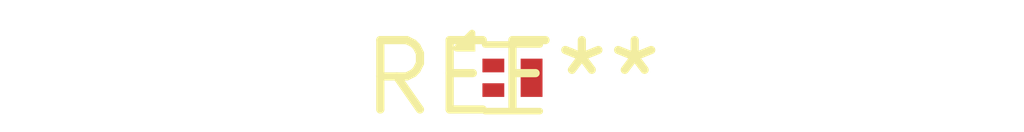
<source format=kicad_pcb>
(kicad_pcb (version 20240108) (generator pcbnew)
  (layers (0 "F.Cu" signal) (31 "B.Cu" signal) (34 "B.Paste" user) (35 "F.Paste" user) (36 "B.SilkS" user "B.Silkscreen") (37 "F.SilkS" user "F.Silkscreen") (38 "B.Mask" user) (39 "F.Mask" user) (44 "Edge.Cuts" user))
  (net 0 "")
  (footprint "Diodes_DFN1006-3" (layer "F.Cu") (at 0 0)
    (property "Reference" "REF**")
    (property "Value" "Diodes_DFN1006-3")
    (fp_line (start -0.5 -0.61) (end 0.5 -0.61) (layer "F.SilkS") (stroke (width 0.12)))
    (fp_line (start -0.5 0.61) (end 0.5 0.61) (layer "F.SilkS") (stroke (width 0.12)))
    (fp_poly (pts (xy -0.74 -0.54) (xy -1.02 -0.54) (xy -0.74 -0.82) (xy -0.74 -0.54)) (layer "F.SilkS") (stroke (width 0.12)) (fill solid))
    (pad "1" smd rect (at -0.35 -0.225 270) (size 0.25 0.4) (layers "F.Cu" "F.Paste" "F.Mask"))
    (pad "2" smd rect (at -0.35 0.225 270) (size 0.25 0.4) (layers "F.Cu" "F.Paste" "F.Mask"))
    (pad "3" smd rect (at 0.35 0 270) (size 0.7 0.4) (layers "F.Cu" "F.Paste" "F.Mask"))
  )
)
</source>
